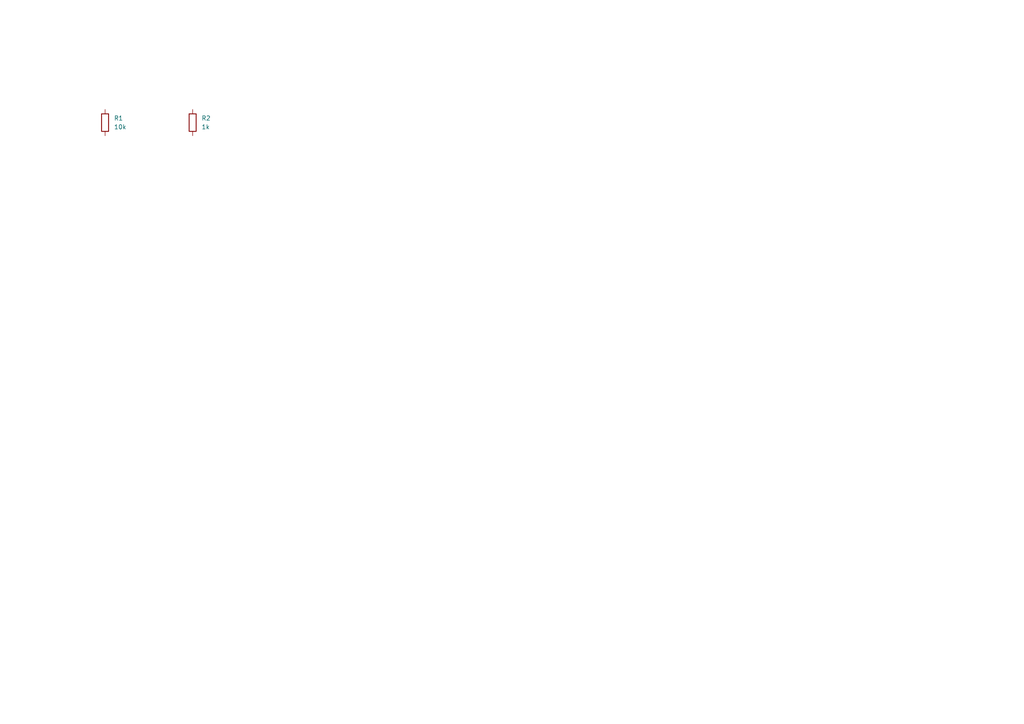
<source format=kicad_sch>
(kicad_sch (version 20250114) (generator "circuit_synth") (generator_version "0.8.36")
  (paper "A4")
  (title_block (title "commented_circuit"))
  (lib_symbols
    (symbol "Device:R" (pin_numbers (hide yes)) (pin_names (offset 0))
      (property "Reference" "R" (at 2.032 0 90))
      (property "Value" "R" (at 0 0 90))
      (symbol "R_0_1"
        (rectangle (start -1.016 -2.54) (end 1.016 2.54) (stroke (width 0.254)))
      )
      (symbol "R_1_1"
        (pin passive line (at 0 3.81 270) (length 1.27) (name "~") (number "1"))
        (pin passive line (at 0 -3.81 90) (length 1.27) (name "~") (number "2"))
      )
    )
  )
  (symbol (lib_id "Device:R") (at 30.48 35.56 0) (unit 1)
    (property "Reference" "R1" (at 33.02 34.2899 0) (effects (justify left)))
    (property "Value" "10k" (at 33.02 36.8299 0) (effects (justify left)))
    (property "Footprint" "Resistor_SMD:R_0603_1608Metric" (effects (hide yes)))
    (property "hierarchy_path" "/dc2547da-b009-4756-af58-0dbe1a4ae910" (effects (hide yes)))
    (property "project_name" "commented_circuit" (effects (hide yes)))
    (property "root_uuid" "dc2547da-b009-4756-af58-0dbe1a4ae910" (effects (hide yes)))
  )
  (symbol (lib_id "Device:R") (at 55.88 35.56 0) (unit 1)
    (property "Reference" "R2" (at 58.42 34.2899 0) (effects (justify left)))
    (property "Value" "1k" (at 58.42 36.8299 0) (effects (justify left)))
    (property "Footprint" "Resistor_SMD:R_0603_1608Metric" (effects (hide yes)))
    (property "hierarchy_path" "/dc2547da-b009-4756-af58-0dbe1a4ae910" (effects (hide yes)))
    (property "project_name" "commented_circuit" (effects (hide yes)))
    (property "root_uuid" "dc2547da-b009-4756-af58-0dbe1a4ae910" (effects (hide yes)))
  )
)
</source>
